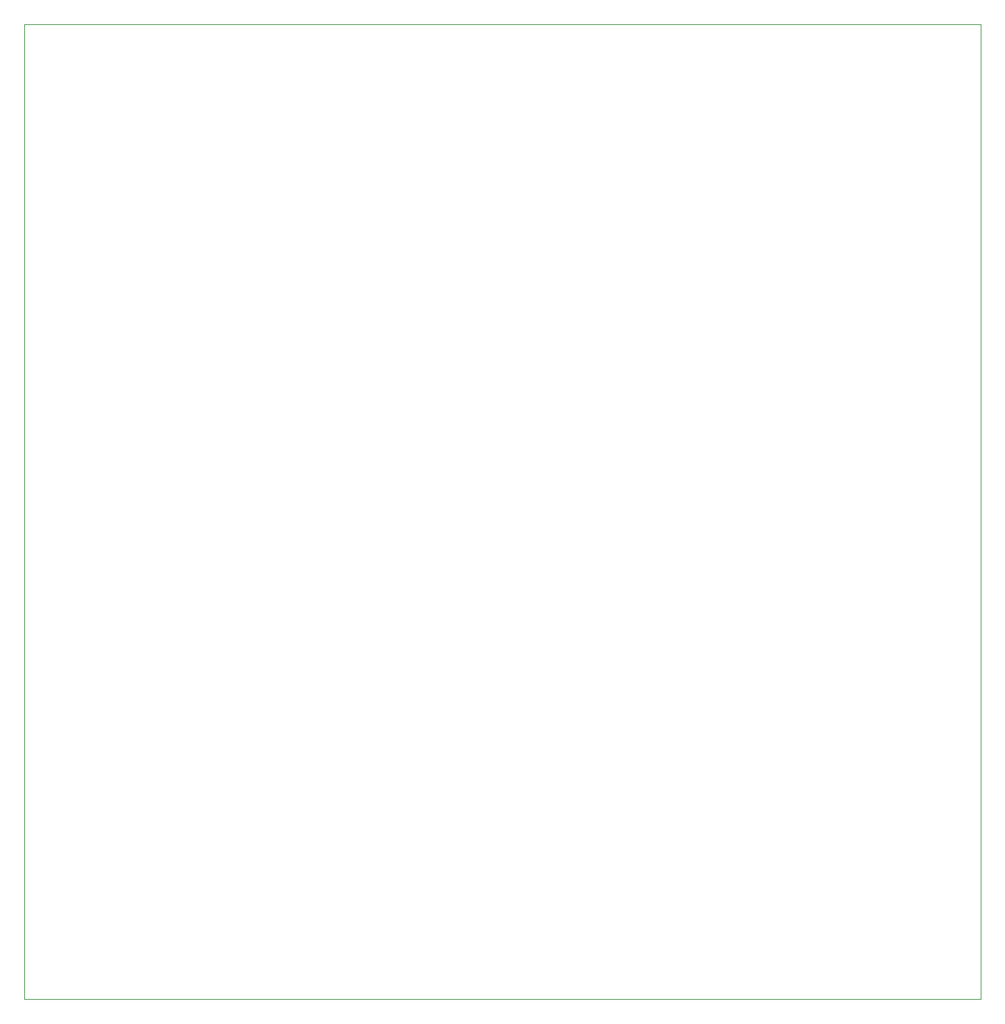
<source format=gm1>
G04 #@! TF.GenerationSoftware,KiCad,Pcbnew,6.0.11-2627ca5db0~126~ubuntu22.04.1*
G04 #@! TF.CreationDate,2023-04-18T11:11:02+01:00*
G04 #@! TF.ProjectId,srom,73726f6d-2e6b-4696-9361-645f70636258,v1.1 to v1.2 WIP*
G04 #@! TF.SameCoordinates,Original*
G04 #@! TF.FileFunction,Profile,NP*
%FSLAX46Y46*%
G04 Gerber Fmt 4.6, Leading zero omitted, Abs format (unit mm)*
G04 Created by KiCad (PCBNEW 6.0.11-2627ca5db0~126~ubuntu22.04.1) date 2023-04-18 11:11:02*
%MOMM*%
%LPD*%
G01*
G04 APERTURE LIST*
G04 #@! TA.AperFunction,Profile*
%ADD10C,0.100000*%
G04 #@! TD*
G04 APERTURE END LIST*
D10*
X45420000Y-56120000D02*
X162180000Y-56120000D01*
X162180000Y-56120000D02*
X162180000Y-175070000D01*
X162180000Y-175070000D02*
X45420000Y-175070000D01*
X45420000Y-175070000D02*
X45420000Y-56120000D01*
M02*

</source>
